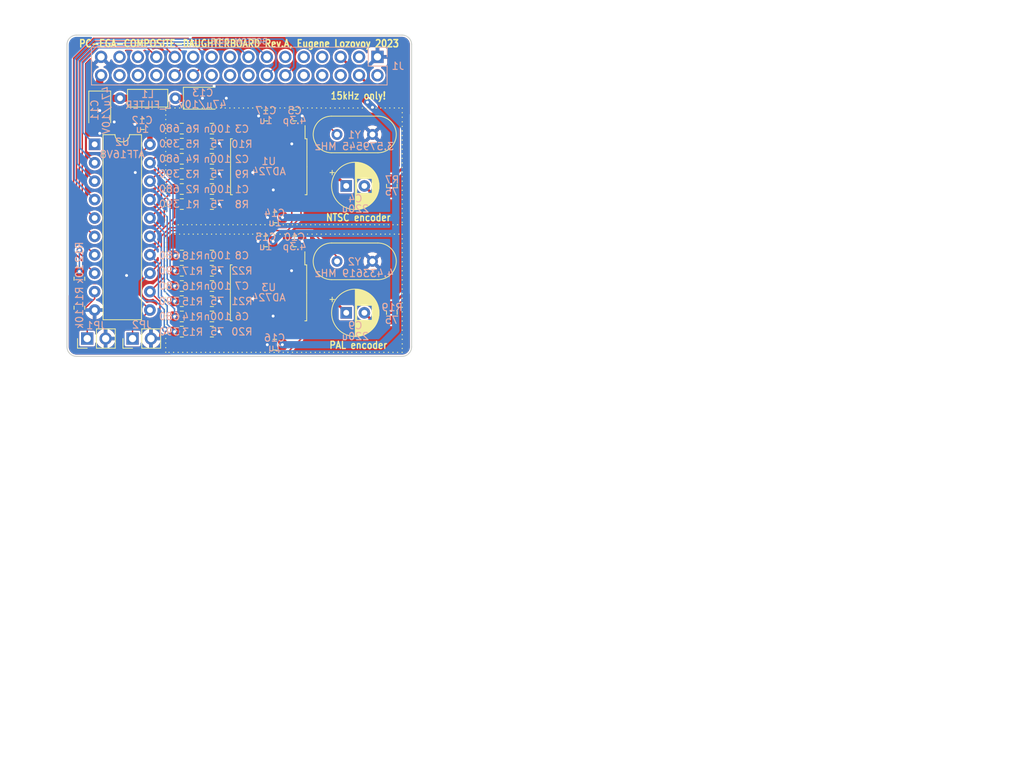
<source format=kicad_pcb>
(kicad_pcb (version 20221018) (generator pcbnew)
  (title_block (title "PC-EGA-COMPOSITE-DAUGHTERBOARD") (date "2023-06-21") (rev "A") (company "Eugene Lozovoy"))
  (layers (0 "F.Cu" signal) (31 "B.Cu" signal) (34 "B.Paste" user) (35 "F.Paste" user) (36 "B.SilkS" user "B.Silkscreen") (37 "F.SilkS" user "F.Silkscreen") (38 "B.Mask" user) (39 "F.Mask" user) (44 "Edge.Cuts" user))
  (net 0 "")
  (net 1 "GND")
  (net 2 "Net-(U3-RIN)")
  (net 3 "Net-(U3-GIN)")
  (net 4 "Net-(U3-BIN)")
  (net 5 "Net-(U3-COMP)")
  (net 6 "Net-(U3-FIN)")
  (net 8 "/HIN")
  (net 9 "/VIN")
  (net 10 "/R1")
  (net 11 "/R0")
  (net 12 "/G1")
  (net 13 "/G0")
  (net 14 "/PAL")
  (net 15 "/B1")
  (net 16 "/B0")
  (net 17 "/NTSC")
  (net 18 "/VSYNC")
  (net 19 "/HSYNC")
  (net 26 "+5VA")
  (net 29 "/G0_IN")
  (net 30 "/B0_IN")
  (net 31 "/R0_IN")
  (net 42 "/B1_IN")
  (net 43 "/G1_IN")
  (net 44 "/R1_IN")
  (net 46 "Net-(U1-RIN)")
  (net 47 "Net-(C1-Pad2)")
  (net 48 "Net-(U1-GIN)")
  (net 49 "Net-(C2-Pad2)")
  (net 50 "Net-(U1-BIN)")
  (net 51 "Net-(C3-Pad2)")
  (net 52 "Net-(U1-COMP)")
  (net 53 "Net-(C4-Pad2)")
  (net 54 "Net-(U1-FIN)")
  (net 55 "Net-(C6-Pad2)")
  (net 56 "Net-(C7-Pad2)")
  (net 57 "Net-(C8-Pad2)")
  (net 58 "Net-(C9-Pad2)")
  (net 62 "+5V")
  (net 63 "Net-(JP1-A)")
  (net 64 "Net-(JP2-A)")
  (footprint "Resistor_SMD:R_0805_2012Metric_Pad1.20x1.40mm_HandSolder" (layer "F.Cu") (at 142.1625 118.55)
    (fp_text reference "R20")
    (fp_text value "75")
  )
  (footprint "Capacitor_SMD:C_0805_2012Metric_Pad1.18x1.45mm_HandSolder" (layer "F.Cu") (at 142.1625 90.55 180)
    (fp_text reference "C3")
    (fp_text value "100n")
  )
  (footprint "Capacitor_SMD:C_0805_2012Metric_Pad1.18x1.45mm_HandSolder" (layer "F.Cu") (at 153.5625 88.75)
    (fp_text reference "C5")
    (fp_text value "4.3p")
  )
  (footprint "Resistor_SMD:R_0805_2012Metric_Pad1.20x1.40mm_HandSolder" (layer "F.Cu") (at 138.0125 96.79)
    (fp_text reference "R3")
    (fp_text value "390")
  )
  (footprint "Package_SO:SOIC-16W_7.5x10.3mm_P1.27mm" (layer "F.Cu") (at 149.9675 113.2 -90)
    (fp_text reference "U3")
    (fp_text value "AD724")
  )
  (footprint "Capacitor_Tantalum_SMD:CP_EIA-3528-21_Kemet-B_Pad1.50x2.35mm_HandSolder" (layer "F.Cu") (at 140.8625 86.35)
    (fp_text reference "C13")
    (fp_text value "47u/10V")
  )
  (footprint "Capacitor_SMD:C_0805_2012Metric_Pad1.18x1.45mm_HandSolder" (layer "F.Cu") (at 142.1625 98.87 180)
    (fp_text reference "C1")
    (fp_text value "100n")
  )
  (footprint "Resistor_SMD:R_0805_2012Metric_Pad1.20x1.40mm_HandSolder" (layer "F.Cu") (at 123.9 111.25 -90)
    (fp_text reference "R12")
    (fp_text value "10k")
  )
  (footprint "Resistor_SMD:R_0805_2012Metric_Pad1.20x1.40mm_HandSolder" (layer "F.Cu") (at 138.0125 108.05)
    (fp_text reference "R18")
    (fp_text value "680")
  )
  (footprint "Resistor_SMD:R_0805_2012Metric_Pad1.20x1.40mm_HandSolder" (layer "F.Cu") (at 142.1625 96.79)
    (fp_text reference "R9")
    (fp_text value "75")
  )
  (footprint "Resistor_SMD:R_0805_2012Metric_Pad1.20x1.40mm_HandSolder" (layer "F.Cu") (at 123.9 115.25 -90)
    (fp_text reference "R11")
    (fp_text value "10k")
  )
  (footprint "Resistor_SMD:R_0805_2012Metric_Pad1.20x1.40mm_HandSolder" (layer "F.Cu") (at 138.0125 114.35)
    (fp_text reference "R15")
    (fp_text value "390")
  )
  (footprint "Resistor_SMD:R_0805_2012Metric_Pad1.20x1.40mm_HandSolder" (layer "F.Cu") (at 138.0125 116.45)
    (fp_text reference "R14")
    (fp_text value "680")
  )
  (footprint "Capacitor_SMD:C_0805_2012Metric_Pad1.18x1.45mm_HandSolder" (layer "F.Cu") (at 142.1625 94.71 180)
    (fp_text reference "C2")
    (fp_text value "100n")
  )
  (footprint "Capacitor_THT:CP_Radial_D6.3mm_P2.50mm" (layer "F.Cu") (at 160.680121 98.45)
    (fp_text reference "C4")
    (fp_text value "220u")
  )
  (footprint "Capacitor_SMD:C_0805_2012Metric_Pad1.18x1.45mm_HandSolder" (layer "F.Cu") (at 142.1625 112.25 180)
    (fp_text reference "C7")
    (fp_text value "100n")
  )
  (footprint "Capacitor_SMD:C_0805_2012Metric_Pad1.18x1.45mm_HandSolder" (layer "F.Cu") (at 153.5625 106.1)
    (fp_text reference "C10")
    (fp_text value "4.3p")
  )
  (footprint "Resistor_SMD:R_0805_2012Metric_Pad1.20x1.40mm_HandSolder" (layer "F.Cu") (at 138.0125 100.95)
    (fp_text reference "R1")
    (fp_text value "390")
  )
  (footprint "Capacitor_SMD:C_0805_2012Metric_Pad1.18x1.45mm_HandSolder" (layer "F.Cu") (at 142.1625 116.45 180)
    (fp_text reference "C6")
    (fp_text value "100n")
  )
  (footprint "Resistor_SMD:R_0805_2012Metric_Pad1.20x1.40mm_HandSolder" (layer "F.Cu") (at 142.1625 110.15)
    (fp_text reference "R22")
    (fp_text value "75")
  )
  (footprint "Capacitor_SMD:C_0805_2012Metric_Pad1.18x1.45mm_HandSolder" (layer "F.Cu") (at 149.565 106.1)
    (fp_text reference "C15")
    (fp_text value "1u")
  )
  (footprint "Resistor_SMD:R_0805_2012Metric_Pad1.20x1.40mm_HandSolder" (layer "F.Cu") (at 166.9675 115.95 -90)
    (fp_text reference "R19")
    (fp_text value "75")
  )
  (footprint "Capacitor_THT:CP_Radial_D6.3mm_P2.50mm" (layer "F.Cu") (at 160.680121 115.95)
    (fp_text reference "C9")
    (fp_text value "220u")
  )
  (footprint "Resistor_SMD:R_0805_2012Metric_Pad1.20x1.40mm_HandSolder" (layer "F.Cu") (at 138.0125 118.55)
    (fp_text reference "R13")
    (fp_text value "390")
  )
  (footprint "Resistor_SMD:R_0805_2012Metric_Pad1.20x1.40mm_HandSolder" (layer "F.Cu") (at 138.0125 90.55)
    (fp_text reference "R6")
    (fp_text value "680")
  )
  (footprint "Capacitor_SMD:C_0805_2012Metric_Pad1.18x1.45mm_HandSolder" (layer "F.Cu") (at 150.8675 102.8)
    (fp_text reference "C14")
    (fp_text value "1u")
  )
  (footprint "Capacitor_Tantalum_SMD:CP_EIA-3528-21_Kemet-B_Pad1.50x2.35mm_HandSolder" (layer "F.Cu") (at 126.7 88 -90)
    (fp_text reference "C11")
    (fp_text value "47u/10V")
  )
  (footprint "Resistor_SMD:R_0805_2012Metric_Pad1.20x1.40mm_HandSolder" (layer "F.Cu") (at 138.0125 112.25)
    (fp_text reference "R16")
    (fp_text value "680")
  )
  (footprint "Package_DIP:DIP-20_W7.62mm" (layer "F.Cu") (at 126 92.71)
    (fp_text reference "U2")
    (fp_text value "ATF16V8")
  )
  (footprint "Inductor_THT:L_Axial_L5.3mm_D2.2mm_P7.62mm_Horizontal_Vishay_IM-1" (layer "F.Cu") (at 129.5 86.35)
    (fp_text reference "L1")
    (fp_text value "L_FILTER")
  )
  (footprint "Resistor_SMD:R_0805_2012Metric_Pad1.20x1.40mm_HandSolder" (layer "F.Cu") (at 138.0125 94.71)
    (fp_text reference "R4")
    (fp_text value "680")
  )
  (footprint "Resistor_SMD:R_0805_2012Metric_Pad1.20x1.40mm_HandSolder" (layer "F.Cu") (at 166.9675 98.45 -90)
    (fp_text reference "R7")
    (fp_text value "75")
  )
  (footprint "Connector_PinHeader_2.54mm:PinHeader_1x02_P2.54mm_Vertical" (layer "F.Cu") (at 131.225 119.5 90)
    (fp_text reference "JP2")
    (fp_text value "Jumper_2_Open")
  )
  (footprint "Capacitor_SMD:C_0805_2012Metric_Pad1.18x1.45mm_HandSolder" (layer "F.Cu") (at 132.5825 89.935)
    (fp_text reference "C12")
    (fp_text value "1u")
  )
  (footprint "Resistor_SMD:R_0805_2012Metric_Pad1.20x1.40mm_HandSolder" (layer "F.Cu") (at 142.1625 114.35)
    (fp_text reference "R21")
    (fp_text value "75")
  )
  (footprint "Resistor_SMD:R_0805_2012Metric_Pad1.20x1.40mm_HandSolder" (layer "F.Cu") (at 142.1625 100.95)
    (fp_text reference "R8")
    (fp_text value "75")
  )
  (footprint "Resistor_SMD:R_0805_2012Metric_Pad1.20x1.40mm_HandSolder" (layer "F.Cu") (at 138.0125 98.87)
    (fp_text reference "R2")
    (fp_text value "680")
  )
  (footprint "Connector_PinHeader_2.54mm:PinHeader_1x02_P2.54mm_Vertical" (layer "F.Cu") (at 124.975 119.5 90)
    (fp_text reference "JP1")
    (fp_text value "Jumper_2_Open")
  )
  (footprint "Crystal:Crystal_HC49-4H_Vertical" (layer "F.Cu") (at 159.4125 91.35)
    (fp_text reference "Y1")
    (fp_text value "3.579545 MHz")
  )
  (footprint "Capacitor_SMD:C_0805_2012Metric_Pad1.18x1.45mm_HandSolder" (layer "F.Cu") (at 150.835 120.35)
    (fp_text reference "C16")
    (fp_text value "1u")
  )
  (footprint "Resistor_SMD:R_0805_2012Metric_Pad1.20x1.40mm_HandSolder" (layer "F.Cu") (at 138.0125 110.15)
    (fp_text reference "R17")
    (fp_text value "390")
  )
  (footprint "Resistor_SMD:R_0805_2012Metric_Pad1.20x1.40mm_HandSolder" (layer "F.Cu") (at 138.0125 92.63)
    (fp_text reference "R5")
    (fp_text value "390")
  )
  (footprint "Crystal:Crystal_HC49-4H_Vertical" (layer "F.Cu") (at 159.4125 108.85)
    (fp_text reference "Y2")
    (fp_text value "4.433619 MHz")
  )
  (footprint "Resistor_SMD:R_0805_2012Metric_Pad1.20x1.40mm_HandSolder" (layer "F.Cu") (at 142.1625 92.63)
    (fp_text reference "R10")
    (fp_text value "75")
  )
  (footprint "Capacitor_SMD:C_0805_2012Metric_Pad1.18x1.45mm_HandSolder" (layer "F.Cu") (at 142.1625 108.05 180)
    (fp_text reference "C8")
    (fp_text value "100n")
  )
  (footprint "Capacitor_SMD:C_0805_2012Metric_Pad1.18x1.45mm_HandSolder" (layer "F.Cu") (at 149.5975 88.75)
    (fp_text reference "C17")
    (fp_text value "1u")
  )
  (footprint "Package_SO:SOIC-16W_7.5x10.3mm_P1.27mm" (layer "F.Cu") (at 150 95.8 -90)
    (fp_text reference "U1")
    (fp_text value "AD724")
  )
  (footprint "Connector_PinHeader_2.54mm:PinHeader_2x16_P2.54mm_Vertical" (layer "B.Cu") (at 164.9875 80.65 90)
    (fp_text reference "J1")
    (fp_text value "EGA Feature Connector")
  )
  (gr_rect (start 135.8 87.7) (end 168.4 103.8) (stroke (width 0.15) (type dot)) (fill none) (layer "F.SilkS"))
  (gr_rect (start 135.8 105.1) (end 168.4 121.4) (stroke (width 0.15) (type dot)) (fill none) (layer "F.SilkS"))
  (gr_arc (start 169.69 120.637561) (mid 169.310029 121.561166) (end 168.39012 121.95) (stroke (width 0.15)) (layer "Edge.Cuts"))
  (gr_line (start 168.377561 77.65) (end 123.489881 77.65) (stroke (width 0.15)) (layer "Edge.Cuts"))
  (gr_line (start 123.502439 121.95) (end 168.39012 121.95) (stroke (width 0.15)) (layer "Edge.Cuts"))
  (gr_line (start 122.190001 78.962439) (end 122.19 120.65) (stroke (width 0.15)) (layer "Edge.Cuts"))
  (gr_arc (start 123.502439 121.95) (mid 122.578835 121.570029) (end 122.190001 120.650121) (stroke (width 0.15)) (layer "Edge.Cuts"))
  (gr_line (start 169.69 120.637561) (end 169.69 78.94988) (stroke (width 0.15)) (layer "Edge.Cuts"))
  (gr_arc (start 168.377561 77.65) (mid 169.301166 78.029971) (end 169.69 78.94988) (stroke (width 0.15)) (layer "Edge.Cuts"))
  (gr_arc (start 122.190001 78.962439) (mid 122.569972 78.038834) (end 123.489881 77.65) (stroke (width 0.15)) (layer "Edge.Cuts"))
  (gr_text "BOTTOM SIDE" (at 149.946579 79) (layer "B.SilkS") (effects (font (size 0.8 0.8) (thickness 0.12)) (justify left bottom mirror)))
  (gr_text "PAL encoder" (at 158.265476 121) (layer "F.SilkS") (effects (font (size 1 0.85) (thickness 0.17) bold) (justify left bottom)))
  (gr_text "15kHz only!" (at 158.447618 86.6) (layer "F.SilkS") (effects (font (size 1 0.85) (thickness 0.17) bold) (justify left bottom)))
  (gr_text "${TITLE} Rev.${REVISION}, ${COMPANY} 2023" (at 123.749673 79.4) (layer "F.SilkS") (effects (font (size 1 0.85) (thickness 0.2) bold) (justify left bottom)))
  (gr_text "NTSC encoder" (at 157.8 103.4) (layer "F.SilkS") (effects (font (size 1 0.85) (thickness 0.17) bold) (justify left bottom)))
  (segment (start 126.7 88.05) (end 126.7 89.625) (width 0.5) (layer "F.Cu") (net 1))
  (segment (start 150.635 99.01) (end 150.625 99) (width 0.5) (layer "F.Cu") (net 1))
  (segment (start 143.17 92.63) (end 143.2 92.6) (width 0.35) (layer "F.Cu") (net 1))
  (segment (start 143.19 96.79) (end 143.2 96.8) (width 0.35) (layer "F.Cu") (net 1))
  (segment (start 143.1625 118.55) (end 143.15 118.55) (width 0.35) (layer "F.Cu") (net 1))
  (segment (start 125.55 88.05) (end 126.7 88.05) (width 0.5) (layer "F.Cu") (net 1))
  (segment (start 150.6025 119.545) (end 149.7975 120.35) (width 0.5) (layer "F.Cu") (net 1))
  (segment (start 154.6 88.75) (end 154.6 88.8) (width 0.5) (layer "F.Cu") (net 1))
  (segment (start 149.365 100.45) (end 150.635 100.45) (width 0.2) (layer "F.Cu") (net 1))
  (segment (start 154.4125 108.55) (end 153.1425 108.55) (width 0.2) (layer "F.Cu") (net 1))
  (segment (start 150.635 101.995) (end 149.83 102.8) (width 0.5) (layer "F.Cu") (net 1))
  (segment (start 125 87.5) (end 125.55 88.05) (width 0.5) (layer "F.Cu") (net 1))
  (segment (start 126.8875 80.65) (end 128.1375 81.9) (width 0.5) (layer "F.Cu") (net 1))
  (segment (start 149.3325 117.85) (end 150.6025 117.85) (width 0.2) (layer "F.Cu") (net 1))
  (segment (start 154.6 88.75) (end 153.175 90.175) (width 0.5) (layer "F.Cu") (net 1))
  (segment (start 148.56 88.76) (end 148.6 88.8) (width 0.5) (layer "F.Cu") (net 1))
  (segment (start 153.1425 107.5575) (end 154.6 106.1) (width 0.5) (layer "F.Cu") (net 1))
  (segment (start 150.6025 117.85) (end 150.6025 116.4025) (width 0.5) (layer "F.Cu") (net 1))
  (segment (start 148.56 88.75) (end 148.56 88.76) (width 0.5) (layer "F.Cu") (net 1))
  (segment (start 150.635 100.45) (end 150.635 101.995) (width 0.5) (layer "F.Cu") (net 1))
  (segment (start 143.1625 96.79) (end 143.19 96.79) (width 0.35) (layer "F.Cu") (net 1))
  (segment (start 148.5275 106.1) (end 148.525 106.1) (width 0.5) (layer "F.Cu") (net 1))
  (segment (start 126.8875 80.65) (end 125 82.5375) (width 0.5) (layer "F.Cu") (net 1))
  (segment (start 143.1625 100.9625) (end 143.2 101) (width 0.35) (layer "F.Cu") (net 1))
  (segment (start 153.1425 110.1425) (end 153.1425 108.55) (width 0.5) (layer "F.Cu") (net 1))
  (segment (start 143.1625 110.15) (end 143.2 110.15) (width 0.35) (layer "F.Cu") (net 1))
  (segment (start 150.6025 116.4025) (end 150.6 116.4) (width 0.5) (layer "F.Cu") (net 1))
  (segment (start 153.175 92.65) (end 153.175 91.15) (width 0.5) (layer "F.Cu") (net 1))
  (segment (start 150.6025 117.85) (end 150.6025 119.545) (width 0.5) (layer "F.Cu") (net 1))
  (segment (start 153.1425 108.55) (end 153.1425 107.5575) (width 0.5) (layer "F.Cu") (net 1))
  (segment (start 143.1625 100.95) (end 143.1625 100.9625) (width 0.35) (layer "F.Cu") (net 1))
  (segment (start 143.1625 92.63) (end 143.17 92.63) (width 0.35) (layer "F.Cu") (net 1))
  (segment (start 125 82.5375) (end 125 87.5) (width 0.5) (layer "F.Cu") (net 1))
  (segment (start 150.635 100.45) (end 150.635 99.01) (width 0.5) (layer "F.Cu") (net 1))
  (segment (start 153.175 90.175) (end 153.175 91.15) (width 0.5) (layer "F.Cu") (net 1))
  (via (at 143.2 92.6) (size 0.8) (drill 0.4) (layers "F.Cu" "B.Cu") (net 1))
  (via (at 143.1625 114.35) (size 0.8) (drill 0.4) (layers "F.Cu" "B.Cu") (net 1))
  (via (at 147.8 114) (size 0.8) (drill 0.4) (layers "F.Cu" "B.Cu") (net 1))
  (via (at 131.6 96.6) (size 0.8) (drill 0.4) (layers "F.Cu" "B.Cu") (net 1))
  (via (at 143.2 96.8) (size 0.8) (drill 0.4) (layers "F.Cu" "B.Cu") (net 1))
  (via (at 131.55 89.95) (size 0.8) (drill 0.4) (layers "F.Cu" "B.Cu") (net 1))
  (via (at 143.2 110.15) (size 0.8) (drill 0.4) (layers "F.Cu" "B.Cu") (net 1))
  (via (at 148.6 88.8) (size 0.8) (drill 0.4) (layers "F.Cu" "B.Cu") (net 1))
  (via (at 128.7 89.625) (size 0.8) (drill 0.4) (layers "F.Cu" "B.Cu") (net 1))
  (via (at 142.475 84.675) (size 0.8) (drill 0.4) (layers "F.Cu" "B.Cu") (net 1))
  (via (at 143.15 118.55) (size 0.8) (drill 0.4) (layers "F.Cu" "B.Cu") (net 1))
  (via (at 154.6 88.8) (size 0.8) (drill 0.4) (layers "F.Cu" "B.Cu") (net 1))
  (via (at 150.6 116.4) (size 0.8) (drill 0.4) (layers "F.Cu" "B.Cu") (net 1))
  (via (at 153.175 92.65) (size 0.8) (drill 0.4) (layers "F.Cu" "B.Cu") (net 1))
  (via (at 153.1425 110.1425) (size 0.8) (drill 0.4) (layers "F.Cu" "B.Cu") (net 1))
  (via (at 143.2 101) (size 0.8) (drill 0.4) (layers "F.Cu" "B.Cu") (net 1))
  (via (at 147.8 96.6) (size 0.8) (drill 0.4) (layers "F.Cu" "B.Cu") (net 1))
  (via (at 126.7 91.2) (size 0.8) (drill 0.4) (layers "F.Cu" "B.Cu") (net 1))
  (via (at 144.15 86.35) (size 0.8) (drill 0.4) (layers "F.Cu" "B.Cu") (net 1))
  (via (at 126.7 88.05) (size 0.8) (drill 0.4) (layers "F.Cu" "B.Cu") (net 1))
  (via (at 140.8625 86.35) (size 0.8) (drill 0.4) (layers "F.Cu" "B.Cu") (net 1))
  (via (at 154.6 106.1) (size 0.8) (drill 0.4) (layers "F.Cu" "B.Cu") (net 1))
  (via (at 149.83 102.8) (size 0.8) (drill 0.4) (layers "F.Cu" "B.Cu") (net 1))
  (via (at 148.525 106.1) (size 0.8) (drill 0.4) (layers "F.Cu" "B.Cu") (net 1))
  (via (at 149.7975 120.35) (size 0.8) (drill 0.4) (layers "F.Cu" "B.Cu") (net 1))
  (via (at 150.625 99) (size 0.8) (drill 0.4) (layers "F.Cu" "B.Cu") (net 1))
  (via (at 130.4 110.8) (size 0.8) (drill 0.4) (layers "F.Cu" "B.Cu") (net 1))
  (segment (start 126.8875 80.65) (end 128.0375 81.8) (width 0.5) (layer "B.Cu") (net 1))
  (segment (start 164.9875 80.65) (end 163.6375 82) (width 0.5) (layer "B.Cu") (net 1))
  (segment (start 126.8875 80.65) (end 125.6375 81.9) (width 0.5) (layer "B.Cu") (net 1))
  (segment (start 143.2 116.45) (end 148.0625 111.5875) (width 0.35) (layer "F.Cu") (net 2))
  (segment (start 148.0625 111.5875) (end 148.0625 108.55) (width 0.35) (layer "F.Cu") (net 2))
  (segment (start 143.2 112.25) (end 144.55 112.25) (width 0.35) (layer "F.Cu") (net 3))
  (segment (start 146.7925 110.0075) (end 146.7925 108.55) (width 0.35) (layer "F.Cu") (net 3))
  (segment (start 144.55 112.25) (end 146.7925 110.0075) (width 0.35) (layer "F.Cu") (net 3))
  (segment (start 144.05 108.05) (end 144.55 108.55) (width 0.35) (layer "F.Cu") (net 4))
  (segment (start 144.55 108.55) (end 145.5225 108.55) (width 0.35) (layer "F.Cu") (net 4))
  (segment (start 143.2 108.05) (end 144.05 108.05) (width 0.35) (layer "F.Cu") (net 4))
  (segment (start 149.145038 115) (end 159.730121 115) (width 0.35) (layer "F.Cu") (net 5))
  (segment (start 146.7925 117.352538) (end 149.145038 115) (width 0.35) (layer "F.Cu") (net 5))
  (segment (start 159.730121 115) (end 160.680121 115.95) (width 0.35) (layer "F.Cu") (net 5))
  (segment (start 146.7925 117.85) (end 146.7925 117.352538) (width 0.35) (layer "F.Cu") (net 5))
  (segment (start 152.525 106.1) (end 153.825 104.8) (width 0.2) (layer "F.Cu") (net 6))
  (segment (start 153.825 104.8) (end 156 104.8) (width 0.2) (layer "F.Cu") (net 6))
  (segment (start 152.525 106.1) (end 151.8725 106.7525) (width 0.2) (layer "F.Cu") (net 6))
  (segment (start 159.4125 108.2125) (end 159.4125 108.85) (width 0.2) (layer "F.Cu") (net 6))
  (segment (start 151.8725 106.7525) (end 151.8725 108.55) (width 0.2) (layer "F.Cu") (net 6))
  (segment (start 156 104.8) (end 159.4125 108.2125) (width 0.2) (layer "F.Cu") (net 6))
  (segment (start 123.5 105.45) (end 126 107.95) (width 0.2) (layer "F.Cu") (net 8))
  (segment (start 123.5 81) (end 123.5 105.45) (width 0.2) (layer "F.Cu") (net 8))
  (segment (start 126 78.5) (end 123.5 81) (width 0.2) (layer "F.Cu") (net 8))
  (segment (start 137.0475 83.19) (end 138.3 81.9375) (width 0.2) (layer "F.Cu") (net 8))
  (segment (start 138.3 80.2) (end 136.6 78.5) (width 0.2) (layer "F.Cu") (net 8))
  (segment (start 138.3 81.9375) (end 138.3 80.2) (width 0.2) (layer "F.Cu") (net 8))
  (segment (start 136.6 78.5) (end 126 78.5) (width 0.2) (layer "F.Cu") (net 8))
  (segment (start 124.3 81.4) (end 124.3 101.17) (width 0.2) (layer "F.Cu") (net 9))
  (segment (start 133.1575 79.3) (end 126.4 79.3) (width 0.2) (layer "F.Cu") (net 9))
  (segment (start 124.3 101.17) (end 126 102.87) (width 0.2) (layer "F.Cu") (net 9))
  (segment (start 126.4 79.3) (end 124.3 81.4) (width 0.2) (layer "F.Cu") (net 9))
  (segment (start 134.5075 80.65) (end 133.1575 79.3) (width 0.2) (layer "F.Cu") (net 9))
  (segment (start 134.8 105) (end 134.8 106.77) (width 0.2) (layer "F.Cu") (net 10))
  (segment (start 137.0125 100.95) (end 137.0125 102.7875) (width 0.2) (layer "F.Cu") (net 10))
  (segment (start 137.0125 102.7875) (end 134.8 105) (width 0.2) (layer "F.Cu") (net 10))
  (segment (start 134.8 106.77) (end 133.62 107.95) (width 0.2) (layer "F.Cu") (net 10))
  (via (at 137.0125 118.55) (size 0.8) (drill 0.4) (layers "F.Cu" "B.Cu") (net 10))
  (segment (start 134.8 113.765686) (end 136 114.965686) (width 0.2) (layer "B.Cu") (net 10))
  (segment (start 136 117.5375) (end 137.0125 118.55) (width 0.2) (layer "B.Cu") (net 10))
  (segment (start 133.62 107.95) (end 134.8 109.13) (width 0.2) (layer "B.Cu") (net 10))
  (segment (start 136 114.965686) (end 136 117.5375) (width 0.2) (layer "B.Cu") (net 10))
  (segment (start 134.8 109.13) (end 134.8 113.765686) (width 0.2) (layer "B.Cu") (net 10))
  (segment (start 137.0125 98.87) (end 135.6 100.2825) (width 0.2) (layer "F.Cu") (net 11))
  (segment (start 135.6 100.2825) (end 135.6 103.43) (width 0.2) (layer "F.Cu") (net 11))
  (segment (start 135.6 103.43) (end 133.62 105.41) (width 0.2) (layer "F.Cu") (net 11))
  (via (at 137.0125 116.45) (size 0.8) (drill 0.4) (layers "F.Cu" "B.Cu") (net 11))
  (segment (start 135.2 106.99) (end 135.2 113.6) (width 0.2) (layer "B.Cu") (net 11))
  (segment (start 137.0125 115.4125) (end 137.0125 116.45) (width 0.2) (layer "B.Cu") (net 11))
  (segment (start 133.62 105.41) (end 135.2 106.99) (width 0.2) (layer "B.Cu") (net 11))
  (segment (start 135.2 113.6) (end 137.0125 115.4125) (width 0.2) (layer "B.Cu") (net 11))
  (segment (start 137.0125 96.79) (end 135.2 98.6025) (width 0.2) (layer "F.Cu") (net 12))
  (segment (start 135.2 98.6025) (end 135.2 101.29) (width 0.2) (layer "F.Cu") (net 12))
  (segment (start 135.2 101.29) (end 133.62 102.87) (width 0.2) (layer "F.Cu") (net 12))
  (via (at 137.0125 114.35) (size 0.8) (drill 0.4) (layers "F.Cu" "B.Cu") (net 12))
  (segment (start 135.6 104.85) (end 135.6 112.9375) (width 0.2) (layer "B.Cu") (net 12))
  (segment (start 133.62 102.87) (end 135.6 104.85) (width 0.2) (layer "B.Cu") (net 12))
  (segment (start 135.6 112.9375) (end 137.0125 114.35) (width 0.2) (layer "B.Cu") (net 12))
  (segment (start 137.0125 94.963186) (end 134.8 97.175686) (width 0.2) (layer "F.Cu") (net 13))
  (segment (start 134.8 97.175686) (end 134.8 99.15) (width 0.2) (layer "F.Cu") (net 13))
  (segment (start 134.8 99.15) (end 133.62 100.33) (width 0.2) (layer "F.Cu") (net 13))
  (segment (start 137.0125 94.71) (end 137.0125 94.963186) (width 0.2) (layer "F.Cu") (net 13))
  (via (at 137.0125 112.25) (size 0.8) (drill 0.4) (layers "F.Cu" "B.Cu") (net 13))
  (segment (start 136 111.2375) (end 137.0125 112.25) (width 0.2) (layer "B.Cu") (net 13))
  (segment (start 136 102.71) (end 136 111.2375) (width 0.2) (layer "B.Cu") (net 13))
  (segment (start 133.62 100.33) (end 136 102.71) (width 0.2) (layer "B.Cu") (net 13))
  (segment (start 159.9075 80.65) (end 161.1575 81.9) (width 0.35) (layer "F.Cu") (net 14))
  (segment (start 162.979912 81.9) (end 163.7625 82.682588) (width 0.35) (layer "F.Cu") (net 14))
  (segment (start 163.7625 82.682588) (end 163.7625 83.727182) (width 0.35) (layer "F.Cu") (net 14))
  (segment (start 169 96.195317) (end 169 112.9175) (width 0.35) (layer "F.Cu") (net 14))
  (segment (start 169 112.9175) (end 166.9675 114.95) (width 0.35) (layer "F.Cu") (net 14))
  (segment (start 161.1575 81.9) (end 162.979912 81.9) (width 0.35) (layer "F.Cu") (net 14))
  (segment (start 169.05 96.145317) (end 169 96.195317) (width 0.35) (layer "F.Cu") (net 14))
  (segment (start 169.05 89.014683) (end 169.05 96.145317) (width 0.35) (layer "F.Cu") (net 14))
  (segment (start 163.7625 83.727182) (end 169.05 89.014683) (width 0.35) (layer "F.Cu") (net 14))
  (segment (start 134.8 96.61) (end 133.62 97.79) (width 0.2) (layer "F.Cu") (net 15))
  (segment (start 134.8 94.8425) (end 134.8 96.61) (width 0.2) (layer "F.Cu") (net 15))
  (segment (start 137.0125 92.63) (end 134.8 94.8425) (width 0.2) (layer "F.Cu") (net 15))
  (via (at 137.0125 110.15) (size 0.8) (drill 0.4) (layers "F.Cu" "B.Cu") (net 15))
  (segment (start 136.4 100.57) (end 136.4 109.5375) (width 0.2) (layer "B.Cu") (net 15))
  (segment (start 133.62 97.79) (end 136.4 100.57) (width 0.2) (layer "B.Cu") (net 15))
  (segment (start 136.4 109.5375) (end 137.0125 110.15) (width 0.2) (layer "B.Cu") (net 15))
  (segment (start 134.8 94.07) (end 133.62 95.25) (width 0.2) (layer "F.Cu") (net 16))
  (segment (start 134.8 92.7625) (end 134.8 94.07) (width 0.2) (layer "F.Cu") (net 16))
  (segment (start 137.0125 90.55) (end 134.8 92.7625) (width 0.2) (layer "F.Cu") (net 16))
  (via (at 137.0995 108.05) (size 0.8) (drill 0.4) (layers "F.Cu" "B.Cu") (net 16))
  (segment (start 136.8 107.7505) (end 136.8 98.43) (width 0.2) (layer "B.Cu") (net 16))
  (segment (start 136.8 98.43) (end 133.62 95.25) (width 0.2) (layer "B.Cu") (net 16))
  (segment (start 137.0995 108.05) (end 136.8 107.7505) (width 0.2) (layer "B.Cu") (net 16))
  (segment (start 168.5 89.2425) (end 162.4475 83.19) (width 0.35) (layer "F.Cu") (net 17))
  (segment (start 166.9675 97.45) (end 168.5 95.9175) (width 0.35) (layer "F.Cu") (net 17))
  (segment (start 168.5 95.9175) (end 168.5 89.2425) (width 0.35) (layer "F.Cu") (net 17))
  (segment (start 148.6625 116.858604) (end 149.821104 115.7) (width 0.2) (layer "F.Cu") (net 18))
  (segment (start 135.2 108.91) (end 133.62 110.49) (width 0.2) (layer "F.Cu") (net 18))
  (segment (start 135.699058 119.433372) (end 137.265686 121) (width 0.2) (layer "F.Cu") (net 18))
  (segment (start 152.4 104.2) (end 153.175 103.425) (width 0.2) (layer "F.Cu") (net 18))
  (segment (start 135.2 105.369558) (end 135.2 108.91) (width 0.2) (layer "F.Cu") (net 18))
  (segment (start 146.573896 121) (end 148.6625 118.911396) (width 0.2) (layer "F.Cu") (net 18))
  (segment (start 137.265686 121) (end 146.573896 121) (width 0.2) (layer "F.Cu") (net 18))
  (segment (start 148.6625 118.911396) (end 148.6625 116.858604) (width 0.2) (layer "F.Cu") (net 18))
  (segment (start 136.369558 104.2) (end 152.4 104.2) (width 0.2) (layer "F.Cu") (net 18))
  (segment (start 151.949582 115.7) (end 153.1425 116.892918) (width 0.2) (layer "F.Cu") (net 18))
  (segment (start 153.1425 116.892918) (end 153.1425 117.85) (width 0.2) (layer "F.Cu") (net 18))
  (segment (start 149.821104 115.7) (end 151.949582 115.7) (width 0.2) (layer "F.Cu") (net 18))
  (segment (start 153.175 103.425) (end 153.175 100.45) (width 0.2) (layer "F.Cu") (net 18))
  (segment (start 135.699058 118.225802) (end 135.699058 119.433372) (width 0.2) (layer "F.Cu") (net 18))
  (segment (start 136.369558 104.2) (end 135.2 105.369558) (width 0.2) (layer "F.Cu") (net 18))
  (via (at 135.699058 118.225802) (size 0.8) (drill 0.4) (layers "F.Cu" "B.Cu") (net 18))
  (segment (start 135.6 118.126744) (end 135.6 115.5) (width 0.2) (layer "B.Cu") (net 18))
  (segment (start 135.699058 118.225802) (end 135.6 118.126744) (width 0.2) (layer "B.Cu") (net 18))
  (segment (start 135.6 115.5) (end 134.4 114.3) (width 0.2) (layer "B.Cu") (net 18))
  (segment (start 133 114.3) (end 132.4 113.7) (width 0.2) (layer "B.Cu") (net 18))
  (segment (start 132.4 113.7) (end 132.4 111.71) (width 0.2) (layer "B.Cu") (net 18))
  (segment (start 134.4 114.3) (end 133 114.3) (width 0.2) (layer "B.Cu") (net 18))
  (segment (start 132.4 111.71) (end 133.62 110.49) (width 0.2) (layer "B.Cu") (net 18))
  (segment (start 154.445 102.720686) (end 152.565686 104.6) (width 0.2) (layer "F.Cu") (net 19))
  (segment (start 152.565686 104.6) (end 136.535244 104.6) (width 0.2) (layer "F.Cu") (net 19))
  (segment (start 134.999058 119.499058) (end 134.999058 114.409058) (width 0.2) (layer "F.Cu") (net 19))
  (segment (start 135.6 105.535244) (end 135.6 111.05) (width 0.2) (layer "F.Cu") (net 19))
  (segment (start 135.6 111.05) (end 133.62 113.03) (width 0.2) (layer "F.Cu") (net 19))
  (segment (start 136.9 121.4) (end 134.999058 119.499058) (width 0.2) (layer "F.Cu") (net 19))
  (segment (start 154.4125 117.85) (end 154.4125 119.5875) (width 0.2) (layer "F.Cu") (net 19))
  (segment (start 134.999058 114.409058) (end 133.62 113.03) (width 0.2) (layer "F.Cu") (net 19))
  (segment (start 154.4125 119.5875) (end 152.6 121.4) (width 0.2) (layer "F.Cu") (net 19))
  (segment (start 152.6 121.4) (end 136.9 121.4) (width 0.2) (layer "F.Cu") (net 19))
  (segment (start 136.535244 104.6) (end 135.6 105.535244) (width 0.2) (layer "F.Cu") (net 19))
  (segment (start 154.445 100.45) (end 154.445 102.720686) (width 0.2) (layer "F.Cu") (net 19))
  (segment (start 145 88.6) (end 147.3 86.3) (width 1) (layer "F.Cu") (net 26))
  (segment (start 151.4 93.6) (end 153.8 93.6) (width 0.35) (layer "F.Cu") (net 26))
  (segment (start 150.635 91.15) (end 150.635 92.835) (width 0.35) (layer "F.Cu") (net 26))
  (segment (start 154.445 92.955) (end 154.445 91.15) (width 0.35) (layer "F.Cu") (net 26))
  (segment (start 149.3325 108.55) (end 150.6025 108.55) (width 0.35) (layer "F.Cu") (net 26))
  (segment (start 151.905 100.45) (end 151.905 102.8) (width 0.5) (layer "F.Cu") (net 26))
  (segment (start 153.8 93.6) (end 154.445 92.955) (width 0.35) (layer "F.Cu") (net 26))
  (segment (start 150.635 92.835) (end 151.4 93.6) (width 0.35) (layer "F.Cu") (net 26))
  (segment (start 164.3 87.6) (end 163 86.3) (width 1) (layer "F.Cu") (net 26))
  (segment (start 151.8725 117.85) (end 151.8725 120.35) (width 0.5) (layer "F.Cu") (net 26))
  (segment (start 163 86.3) (end 150.635 86.3) (width 1) (layer "F.Cu") (net 26))
  (segment (start 141.4875 88.6) (end 145 88.6) (width 1) (layer "F.Cu") (net 26))
  (segment (start 150.6025 106.1) (end 150.6025 108.55) (width 0.5) (layer "F.Cu") (net 26))
  (segment (start 150.635 86.3) (end 150.635 88.75) (width 1) (layer "F.Cu") (net 26))
  (segment (start 150.635 88.75) (end 150.635 91.15) (width 0.5) (layer "F.Cu") (net 26))
  (segment (start 147.3 86.3) (end 150.635 86.3) (width 1) (layer "F.Cu") (net 26))
  (segment (start 149.365 91.15) (end 150.635 91.15) (width 0.35) (layer "F.Cu") (net 26))
  (segment (start 139.2375 86.35) (end 141.4875 88.6) (width 1) (layer "F.Cu") (net 26))
  (segment (start 137.12 86.35) (end 139.2375 86.35) (width 1) (layer "F.Cu") (net 26))
  (via (at 151.905 102.8) (size 0.8) (drill 0.4) (layers "F.Cu" "B.Cu") (net 26))
  (via (at 163.6 86.9) (size 0.8) (drill 0.4) (layers "F.Cu" "B.Cu") (net 26))
  (via (at 150.6025 106.1) (size 0.8) (drill 0.4) (layers "F.Cu" "B.Cu") (net 26))
  (via (at 164.3 87.6) (size 0.8) (drill 0.4) (layers "F.Cu" "B.Cu") (net 26))
  (via (at 151.8725 120.35) (size 0.8) (drill 0.4) (layers "F.Cu" "B.Cu") (net 26))
  (segment (start 163.6 86.9) (end 167.5 90.8) (width 1) (layer "B.Cu") (net 26))
  (segment (start 151.7025 105) (end 167.5 105) (width 1) (layer "B.Cu") (net 26))
  (segment (start 150.6025 106.1) (end 151.7025 105) (width 1) (layer "B.Cu") (net 26))
  (segment (start 165.5 120.35) (end 151.8725 120.35) (width 1) (layer "B.Cu") (net 26))
  (segment (start 167.5 105) (end 167.5 118.35) (width 1) (layer "B.Cu") (net 26))
  (segment (start 151.905 102.8) (end 167.5 102.8) (width 1) (layer "B.Cu") (net 26))
  (segment (start 167.5 90.8) (end 167.5 102.8) (width 1) (layer "B.Cu") (net 26))
  (segment (start 167.5 102.8) (end 167.5 105) (width 1) (layer "B.Cu") (net 26))
  (segment (start 167.5 118.35) (end 165.5 120.35) (width 1) (layer "B.Cu") (net 26))
  (segment (start 123.1 107.59) (end 126 110.49) (width 0.2) (layer "F.Cu") (net 29))
  (segment (start 123.1 80.834314) (end 123.1 107.59) (width 0.2) (layer "F.Cu") (net 29))
  (segment (start 138.9 78.1) (end 125.834314 78.1) (width 0.2) (layer "F.Cu") (net 29))
  (segment (start 140.9 80.1) (end 138.9 78.1) (width 0.2) (layer "F.Cu") (net 29))
  (segment (start 140.9 81.8775) (end 140.9 80.1) (width 0.2) (layer "F.Cu") (net 29))
  (segment (start 139.5875 83.19) (end 140.9 81.8775) (width 0.2) (layer "F.Cu") (net 29))
  (segment (start 125.834314 78.1) (end 123.1 80.834314) (width 0.2) (layer "F.Cu") (net 29))
  (segment (start 135.2975 78.9) (end 126.234314 78.9) (width 0.2) (layer "F.Cu") (net 30))
  (segment (start 137.0475 80.65) (end 135.2975 78.9) (width 0.2) (layer "F.Cu") (net 30))
  (segment (start 126.234314 78.9) (end 123.9 81.234314) (width 0.2) (layer "F.Cu") (net 30))
  (segment (start 123.9 81.234314) (end 123.9 103.31) (width 0.2) (layer "F.Cu") (net 30))
  (segment (start 123.9 103.31) (end 126 105.41) (width 0.2) (layer "F.Cu") (net 30))
  (segment (start 149.7475 80.65) (end 148.0975 79) (width 0.2) (layer "B.Cu") (net 31))
  (segment (start 124 81.345469) (end 124 93.25) (width 0.2) (layer "B.Cu") (net 31))
  (segment (start 124 93.25) (end 126 95.25) (width 0.2) (layer "B.Cu") (net 31))
  (segment (start 148.0975 79) (end 126.345469 79) (width 0.2) (layer "B.Cu") (net 31))
  (segment (start 126.345469 79) (end 124 81.345469) (width 0.2) (layer "B.Cu") (net 31))
  (segment (start 126.179784 78.6) (end 123.6 81.179784) (width 0.2) (layer "B.Cu") (net 42))
  (segment (start 123.6 95.39) (end 126 97.79) (width 0.2) (layer "B.Cu") (net 42))
  (segment (start 149.561923 78.6) (end 126.179784 78.6) (width 0.2) (layer "B.Cu") (net 42))
  (segment (start 151 80.038077) (end 149.561923 78.6) (width 0.2) (layer "B.Cu") (net 42))
  (segment (start 149.7475 83.19) (end 151 81.9375) (width 0.2) (layer "B.Cu") (net 42))
  (segment (start 123.6 81.179784) (end 123.6 95.39) (width 0.2) (layer "B.Cu") (net 42))
  (segment (start 151 81.9375) (end 151 80.038077) (width 0.2) (layer "B.Cu") (net 42))
  (segment (start 123.2 81.014096) (end 123.2 97.53) (width 0.2) (layer "B.Cu") (net 43))
  (segment (start 152.2875 83.19) (end 153.4375 82.04) (width 0.2) (layer "B.Cu") (net 43))
  (segment (start 153.4375 82.04) (end 153.4375 79.7375) (width 0.2) (layer "B.Cu") (net 43))
  (segment (start 153.4375 79.7375) (end 151.9 78.2) (width 0.2) (layer "B.Cu") (net 43))
  (segment (start 151.9 78.2) (end 126.014096 78.2) (width 0.2) (layer "B.Cu") (net 43))
  (segment (start 123.2 97.53) (end 126 100.33) (width 0.2) (layer "B.Cu") (net 43))
  (segment (start 126.014096 78.2) (end 123.2 81.014096) (width 0.2) (layer "B.Cu") (net 43))
  (segment (start 126.511154 79.4) (end 124.4 81.511154) (width 0.2) (layer "B.Cu") (net 44))
  (segment (start 145.9575 79.4) (end 126.511154 79.4) (width 0.2) (layer "B.Cu") (net 44))
  (segment (start 147.2075 80.65) (end 145.9575 79.4) (width 0.2) (layer "B.Cu") (net 44))
  (segment (start 124.4 81.511154) (end 124.4 91.11) (width 0.2) (layer "B.Cu") (net 44))
  (segment (start 124.4 91.11) (end 126 92.71) (width 0.2) (layer "B.Cu") (net 44))
  (segment (start 148.095 91.15) (end 148.095 93.975) (width 0.35) (layer "F.Cu") (net 46))
  (segment (start 148.095 93.975) (end 143.2 98.87) (width 0.35) (layer "F.Cu") (net 46))
  (segment (start 141.125 100.9125) (end 141.1625 100.95) (width 0.35) (layer "F.Cu") (net 47))
  (segment (start 139.0125 98.87) (end 139.0125 100.95) (width 0.35) (layer "F.Cu") (net 47))
  (segment (start 141.125 98.87) (end 141.125 100.9125) (width 0.35) (layer "F.Cu") (net 47))
  (segment (start 141.1625 100.95) (end 139.0125 100.95) (width 0.35) (layer "F.Cu") (net 47))
  (segment (start 139.0125 98.87) (end 141.125 98.87) (width 0.35) (layer "F.Cu") (net 47))
  (segment (start 146.825 91.15) (end 146.825 92.575) (width 0.35) (layer "F.Cu") (net 48))
  (segment (start 144.69 94.71) (end 143.2 94.71) (width 0.35) (layer "F.Cu") (net 48))
  (segment (start 146.825 92.575) (end 144.69 94.71) (width 0.35) (layer "F.Cu") (net 48))
  (segment (start 139.0125 94.71) (end 141.125 94.71) (width 0.35) (layer "F.Cu") (net 49))
  (segment (start 139.0125 96.79) (end 141.1625 96.79) (width 0.35) (layer "F.Cu") (net 49))
  (segment (start 139.0125 94.71) (end 139.0125 96.79) (width 0.35) (layer "F.Cu") (net 49))
  (segment (start 141.125 96.7525) (end 141.1625 96.79) (width 0.35) (layer "F.Cu") (net 49))
  (segment (start 141.125 94.71) (end 141.125 96.7525) (width 0.35) (layer "F.Cu") (net 49))
  (segment (start 143.95 90.55) (end 144.55 91.15) (width 0.35) (layer "F.Cu") (net 50))
  (segment (start 144.55 91.15) (end 145.555 91.15) (width 0.35) (layer "F.Cu") (net 50))
  (segment (start 143.2 90.55) (end 143.95 90.55) (width 0.35) (layer "F.Cu") (net 50))
  (segment (start 141.125 90.55) (end 141.125 92.5925) (width 0.35) (layer "F.Cu") (net 51))
  (segment (start 139.0125 92.63) (end 141.1625 92.63) (width 0.35) (layer "F.Cu") (net 51))
  (segment (start 139.0125 90.55) (end 139.0125 92.63) (width 0.35) (layer "F.Cu") (net 51))
  (segment (start 139.0125 90.55) (end 141.125 90.55) (width 0.35) (layer "F.Cu") (net 51))
  (segment (start 141.125 92.5925) (end 141.1625 92.63) (width 0.35) (layer "F.Cu") (net 51))
  (segment (start 159.830121 97.6) (end 160.680121 98.45) (width 0.35) (layer "F.Cu") (net 52))
  (segment (start 146.825 99.952538) (end 149.177538 97.6) (width 0.35) (layer "F.Cu") (net 52))
  (segment (start 149.177538 97.6) (end 159.830121 97.6) (width 0.35) (layer "F.Cu") (net 52))
  (segment (start 146.825 100.45) (end 146.825 99.952538) (width 0.35) (layer "F.Cu") (net 52))
  (segment (start 166.9675 99.45) (end 164.180121 99.45) (width 0.35) (layer "F.Cu") (net 53))
  (segment (start 164.180121 99.45) (end 163.180121 98.45) (width 0.35) (layer "F.Cu") (net 53))
  (segment (start 152.525 88.75) (end 153.675 87.6) (width 0.2) (layer "F.Cu") (net 54))
  (segment (start 151.905 91.15) (end 151.905 89.37) (width 0.2) (layer "F.Cu") (net 54))
  (segment (start 153.675 87.6) (end 155.6625 87.6) (width 0.2) (layer "F.Cu") (net 54))
  (segment (start 155.6625 87.6) (end 159.4125 91.35) (width 0.2) (layer "F.Cu") (net 54))
  (segment (start 151.905 89.37) (end 152.525 88.75) (width 0.2) (layer "F.Cu") (net 54))
  (segment (start 141.125 116.45) (end 141.125 118.5125) (width 0.35) (layer "F.Cu") (net 55))
  (segment (start 139.0125 118.55) (end 141.1625 118.55) (width 0.35) (layer "F.Cu") (net 55))
  (segment (start 141.125 116.45) (end 139.0125 116.45) (width 0.35) (layer "F.Cu") (net 55))
  (segment (start 139.0125 116.45) (end 139.0125 118.55) (width 0.35) (layer "F.Cu") (net 55))
  (segment (start 141.125 118.5125) (end 141.1625 118.55) (width 0.35) (layer "F.Cu") (net 55))
  (segment (start 141.125 112.25) (end 141.125 114.3125) (width 0.35) (layer "F.Cu") (net 56))
  (segment (start 141.125 114.3125) (end 141.1625 114.35) (width 0.35) (layer "F.Cu") (net 56))
  (segment (start 139.0125 112.25) (end 141.125 112.25) (width 0.35) (layer "F.Cu") (net 56))
  (segment (start 139.0125 112.25) (end 139.0125 114.35) (width 0.35) (layer "F.Cu") (net 56))
  (segment (start 139.0125 114.35) (end 141.1625 114.35) (width 0.35) (layer "F.Cu") (net 56))
  (segment (start 141.125 108.05) (end 141.125 110.1125) (width 0.35) (layer "F.Cu") (net 57))
  (segment (start 141.1625 110.15) (end 139.0125 110.15) (width 0.35) (layer "F.Cu") (net 57))
  (segment (start 141.125 110.1125) (end 141.1625 110.15) (width 0.35) (layer "F.Cu") (net 57))
  (segment (start 139.0125 108.05) (end 139.0125 110.15) (width 0.35) (layer "F.Cu") (net 57))
  (segment (start 139.0125 108.05) (end 141.125 108.05) (width 0.35) (layer "F.Cu") (net 57))
  (segment (start 164.180121 116.95) (end 163.180121 115.95) (width 0.35) (layer "F.Cu") (net 58))
  (segment (start 166.9675 116.95) (end 164.180121 116.95) (width 0.35) (layer "F.Cu") (net 58))
  (segment (start 126.8875 83.19) (end 126.7 83.3775) (width 1) (layer "F.Cu") (net 62))
  (segment (start 133.62 89.12) (end 133.62 89.935) (width 1) (layer "F.Cu") (net 62))
  (segment (start 123.9 110.25) (end 122.9 111.25) (width 0.2) (layer "F.Cu") (net 62))
  (segment (start 126.7 86.375) (end 129.475 86.375) (width 1) (layer "F.Cu") (net 62))
  (segment (start 126.6 109.2) (end 125.397182 109.2) (width 0.2) (layer "F.Cu") (net 62))
  (segment (start 129.5 86.35) (end 130.85 86.35) (width 1) (layer "F.Cu") (net 62))
  (segment (start 125.397182 109.2) (end 123.9 107.702818) (width 0.2) (layer "F.Cu") (net 62))
  (segment (start 129.475 86.375) (end 129.5 86.35) (width 1) (layer "F.Cu") (net 62))
  (segment (start 130 105.8) (end 126.6 109.2) (width 0.2) (layer "F.Cu") (net 62))
  (segment (start 123.9 107.702818) (end 123.9 107.3) (width 0.2) (layer "F.Cu") (net 62))
  (segment (start 133.62 92.71) (end 130 96.33) (width 0.2) (layer "F.Cu") (net 62))
  (segment (start 122.9 111.25) (end 122.9 113.25) (width 0.2) (layer "F.Cu") (net 62))
  (segment (start 130.85 86.35) (end 133.62 89.12) (width 1) (layer "F.Cu") (net 62))
  (segment (start 122.9 113.25) (end 123.9 114.25) (width 0.2) (layer "F.Cu") (net 62))
  (segment (start 133.62 89.935) (end 133.62 92.71) (width 0.75) (layer "F.Cu") (net 62))
  (segment (start 126.7 83.3775) (end 126.7 86.375) (width 1) (layer "F.Cu") (net 62))
  (segment (start 130 96.33) (end 130 105.8) (width 0.2) (layer "F.Cu") (net 62))
  (via (at 123.9 110.25) (size 0.8) (drill 0.4) (layers "F.Cu" "B.Cu") (net 62))
  (via (at 123.9 107.3) (size 0.8) (drill 0.4) (layers "F.Cu" "B.Cu") (net 62))
  (segment (start 123.9 107.3) (end 123.9 110.25) (width 0.2) (layer "B.Cu") (net 62))
  (segment (start 124.975 119.5) (end 124.975 117.325) (width 0.2) (layer "F.Cu") (net 63))
  (segment (start 124.975 117.325) (end 123.9 116.25) (width 0.2) (layer "F.Cu") (net 63))
  (segment (start 126 114) (end 123.9 116.1) (width 0.2) (layer "F.Cu") (net 63))
  (segment (start 126 113.03) (end 126 114) (width 0.2) (layer "F.Cu") (net 63))
  (segment (start 129.98 111.93) (end 133.62 115.57) (width 0.2) (layer "F.Cu") (net 64))
  (segment (start 124.22 111.93) (end 129.98 111.93) (width 0.2) (layer "F.Cu") (net 64))
  (segment (start 131.225 117.965) (end 133.62 115.57) (width 0.2) (layer "F.Cu") (net 64))
  (segment (start 123.9 112.25) (end 124.22 111.93) (width 0.2) (layer "F.Cu") (net 64))
  (segment (start 131.225 119.5) (end 131.225 117.965) (width 0.2) (layer "F.Cu") (net 64))
  (zone (net 1) (net_name "GND") (layers "F&B.Cu") (connect_pads (clearance 0.254)) (min_thickness 0.25) (fill yes (thermal_gap 0.5) (thermal_bridge_width 0.5))
    (polygon (pts (xy 122 77.35) (xy 170 77.35) (xy 170 122.25) (xy 122 122.25)))
  )
)
</source>
